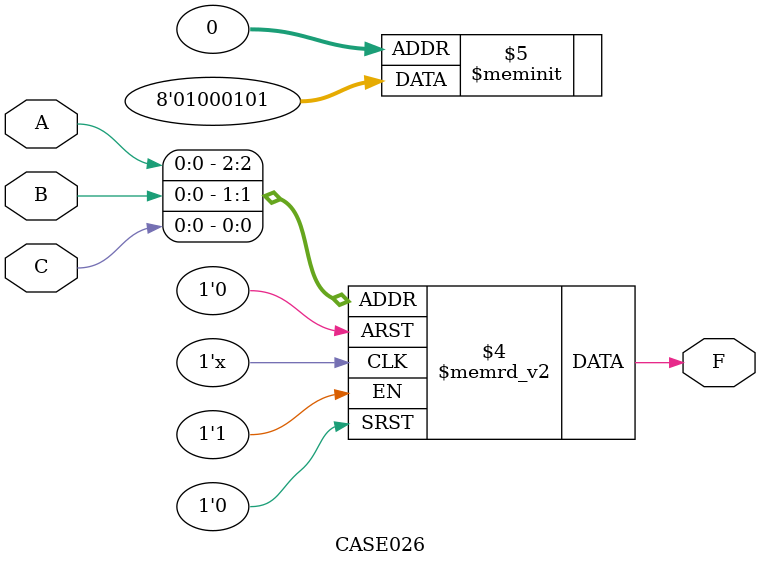
<source format=sv>

module CASE026
    (output reg F,
    input wire A, B, C);

    always @ (A, B, C)
    begin
        case ({A,B,C})
            3'b000 : F = 1'b1;
            3'b001 : F = 1'b0;
            3'b010 : F = 1'b1;
            3'b011 : F = 1'b0;
            3'b100 : F = 1'b0;
            3'b101 : F = 1'b0;
            3'b110 : F = 1'b1;
            3'b111 : F = 1'b0;
            default: F = 1'bX; 
        endcase
    end
endmodule

</source>
